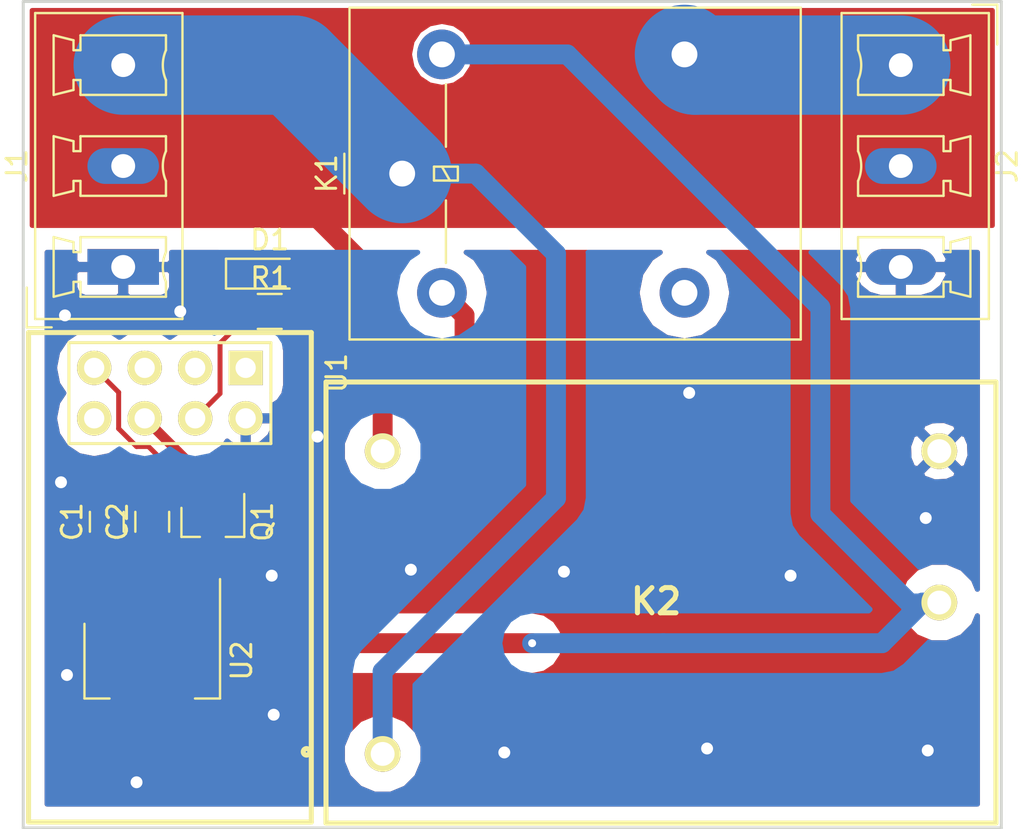
<source format=kicad_pcb>
(kicad_pcb (version 4) (host pcbnew 4.0.7)

  (general
    (links 38)
    (no_connects 1)
    (area 142.024999 50.824999 191.375001 92.575001)
    (thickness 1.6)
    (drawings 4)
    (tracks 53)
    (zones 0)
    (modules 27)
    (nets 16)
  )

  (page A4)
  (layers
    (0 F.Cu signal)
    (31 B.Cu signal)
    (32 B.Adhes user)
    (33 F.Adhes user)
    (34 B.Paste user)
    (35 F.Paste user)
    (36 B.SilkS user)
    (37 F.SilkS user)
    (38 B.Mask user)
    (39 F.Mask user)
    (40 Dwgs.User user)
    (41 Cmts.User user)
    (42 Eco1.User user)
    (43 Eco2.User user)
    (44 Edge.Cuts user)
    (45 Margin user)
    (46 B.CrtYd user)
    (47 F.CrtYd user)
    (48 B.Fab user)
    (49 F.Fab user)
  )

  (setup
    (last_trace_width 1)
    (user_trace_width 0.25)
    (user_trace_width 0.5)
    (user_trace_width 1)
    (user_trace_width 2)
    (user_trace_width 3)
    (user_trace_width 5)
    (trace_clearance 0.2)
    (zone_clearance 0.25)
    (zone_45_only no)
    (trace_min 0.2)
    (segment_width 0.2)
    (edge_width 0.15)
    (via_size 0.6)
    (via_drill 0.4)
    (via_min_size 0.4)
    (via_min_drill 0.3)
    (uvia_size 0.3)
    (uvia_drill 0.1)
    (uvias_allowed no)
    (uvia_min_size 0.2)
    (uvia_min_drill 0.1)
    (pcb_text_width 0.3)
    (pcb_text_size 1.5 1.5)
    (mod_edge_width 0.15)
    (mod_text_size 1 1)
    (mod_text_width 0.15)
    (pad_size 1.8 3.6)
    (pad_drill 1.2)
    (pad_to_mask_clearance 0.2)
    (aux_axis_origin 0 0)
    (visible_elements 7FFFFFFF)
    (pcbplotparams
      (layerselection 0x00030_80000001)
      (usegerberextensions false)
      (excludeedgelayer true)
      (linewidth 0.100000)
      (plotframeref false)
      (viasonmask false)
      (mode 1)
      (useauxorigin false)
      (hpglpennumber 1)
      (hpglpenspeed 20)
      (hpglpendiameter 15)
      (hpglpenoverlay 2)
      (psnegative false)
      (psa4output false)
      (plotreference true)
      (plotvalue true)
      (plotinvisibletext false)
      (padsonsilk false)
      (subtractmaskfromsilk false)
      (outputformat 1)
      (mirror false)
      (drillshape 1)
      (scaleselection 1)
      (outputdirectory ""))
  )

  (net 0 "")
  (net 1 +5V)
  (net 2 GND)
  (net 3 +3V3)
  (net 4 "Net-(D1-Pad2)")
  (net 5 "Net-(K1-Pad3)")
  (net 6 "Net-(Q1-Pad2)")
  (net 7 "Net-(R1-Pad1)")
  (net 8 "Net-(U1-Pad1)")
  (net 9 "Net-(U1-Pad3)")
  (net 10 "Net-(U1-Pad5)")
  (net 11 "Net-(U1-Pad8)")
  (net 12 "Net-(J2-Pad1)")
  (net 13 "Net-(K1-Pad2)")
  (net 14 /ACN)
  (net 15 /ACL)

  (net_class Default "This is the default net class."
    (clearance 0.2)
    (trace_width 0.25)
    (via_dia 0.6)
    (via_drill 0.4)
    (uvia_dia 0.3)
    (uvia_drill 0.1)
    (add_net +3V3)
    (add_net +5V)
    (add_net /ACL)
    (add_net /ACN)
    (add_net GND)
    (add_net "Net-(D1-Pad2)")
    (add_net "Net-(J2-Pad1)")
    (add_net "Net-(K1-Pad2)")
    (add_net "Net-(K1-Pad3)")
    (add_net "Net-(Q1-Pad2)")
    (add_net "Net-(R1-Pad1)")
    (add_net "Net-(U1-Pad1)")
    (add_net "Net-(U1-Pad3)")
    (add_net "Net-(U1-Pad5)")
    (add_net "Net-(U1-Pad8)")
  )

  (module Via-.6mm (layer F.Cu) (tedit 5B5141DF) (tstamp 5B514225)
    (at 166.3 88.7)
    (fp_text reference REF** (at 0 0.5) (layer F.SilkS) hide
      (effects (font (size 0.25 0.25) (thickness 0.0625)))
    )
    (fp_text value Via-.6mm (at 0 -0.5) (layer F.Fab) hide
      (effects (font (size 0.25 0.25) (thickness 0.0625)))
    )
    (pad 1 thru_hole circle (at 0 0) (size 1 1) (drill 0.6) (layers *.Cu *.Mask)
      (net 2 GND) (zone_connect 2))
  )

  (module Via-.6mm (layer F.Cu) (tedit 5B5141DF) (tstamp 5B514221)
    (at 154.6 79.8)
    (fp_text reference REF** (at 0 0.5) (layer F.SilkS) hide
      (effects (font (size 0.25 0.25) (thickness 0.0625)))
    )
    (fp_text value Via-.6mm (at 0 -0.5) (layer F.Fab) hide
      (effects (font (size 0.25 0.25) (thickness 0.0625)))
    )
    (pad 1 thru_hole circle (at 0 0) (size 1 1) (drill 0.6) (layers *.Cu *.Mask)
      (net 2 GND) (zone_connect 2))
  )

  (module Via-.6mm (layer F.Cu) (tedit 5B5141DF) (tstamp 5B51421D)
    (at 150 66.5)
    (fp_text reference REF** (at 0 0.5) (layer F.SilkS) hide
      (effects (font (size 0.25 0.25) (thickness 0.0625)))
    )
    (fp_text value Via-.6mm (at 0 -0.5) (layer F.Fab) hide
      (effects (font (size 0.25 0.25) (thickness 0.0625)))
    )
    (pad 1 thru_hole circle (at 0 0) (size 1 1) (drill 0.6) (layers *.Cu *.Mask)
      (net 2 GND) (zone_connect 2))
  )

  (module Via-.6mm (layer F.Cu) (tedit 5B5141DF) (tstamp 5B514219)
    (at 144.3 84.8)
    (fp_text reference REF** (at 0 0.5) (layer F.SilkS) hide
      (effects (font (size 0.25 0.25) (thickness 0.0625)))
    )
    (fp_text value Via-.6mm (at 0 -0.5) (layer F.Fab) hide
      (effects (font (size 0.25 0.25) (thickness 0.0625)))
    )
    (pad 1 thru_hole circle (at 0 0) (size 1 1) (drill 0.6) (layers *.Cu *.Mask)
      (net 2 GND) (zone_connect 2))
  )

  (module Via-.6mm (layer F.Cu) (tedit 5B5141DF) (tstamp 5B514215)
    (at 175.6 70.6)
    (fp_text reference REF** (at 0 0.5) (layer F.SilkS) hide
      (effects (font (size 0.25 0.25) (thickness 0.0625)))
    )
    (fp_text value Via-.6mm (at 0 -0.5) (layer F.Fab) hide
      (effects (font (size 0.25 0.25) (thickness 0.0625)))
    )
    (pad 1 thru_hole circle (at 0 0) (size 1 1) (drill 0.6) (layers *.Cu *.Mask)
      (net 2 GND) (zone_connect 2))
  )

  (module Via-.6mm (layer F.Cu) (tedit 5B5141DF) (tstamp 5B514211)
    (at 176.5 88.5)
    (fp_text reference REF** (at 0 0.5) (layer F.SilkS) hide
      (effects (font (size 0.25 0.25) (thickness 0.0625)))
    )
    (fp_text value Via-.6mm (at 0 -0.5) (layer F.Fab) hide
      (effects (font (size 0.25 0.25) (thickness 0.0625)))
    )
    (pad 1 thru_hole circle (at 0 0) (size 1 1) (drill 0.6) (layers *.Cu *.Mask)
      (net 2 GND) (zone_connect 2))
  )

  (module Via-.6mm (layer F.Cu) (tedit 5B5141DF) (tstamp 5B51420D)
    (at 180.7 79.8)
    (fp_text reference REF** (at 0 0.5) (layer F.SilkS) hide
      (effects (font (size 0.25 0.25) (thickness 0.0625)))
    )
    (fp_text value Via-.6mm (at 0 -0.5) (layer F.Fab) hide
      (effects (font (size 0.25 0.25) (thickness 0.0625)))
    )
    (pad 1 thru_hole circle (at 0 0) (size 1 1) (drill 0.6) (layers *.Cu *.Mask)
      (net 2 GND) (zone_connect 2))
  )

  (module Via-.6mm (layer F.Cu) (tedit 5B5141DF) (tstamp 5B514209)
    (at 187.6 88.6)
    (fp_text reference REF** (at 0 0.5) (layer F.SilkS) hide
      (effects (font (size 0.25 0.25) (thickness 0.0625)))
    )
    (fp_text value Via-.6mm (at 0 -0.5) (layer F.Fab) hide
      (effects (font (size 0.25 0.25) (thickness 0.0625)))
    )
    (pad 1 thru_hole circle (at 0 0) (size 1 1) (drill 0.6) (layers *.Cu *.Mask)
      (net 2 GND) (zone_connect 2))
  )

  (module Via-.6mm (layer F.Cu) (tedit 5B5141DF) (tstamp 5B514205)
    (at 144.2 66.7)
    (fp_text reference REF** (at 0 0.5) (layer F.SilkS) hide
      (effects (font (size 0.25 0.25) (thickness 0.0625)))
    )
    (fp_text value Via-.6mm (at 0 -0.5) (layer F.Fab) hide
      (effects (font (size 0.25 0.25) (thickness 0.0625)))
    )
    (pad 1 thru_hole circle (at 0 0) (size 1 1) (drill 0.6) (layers *.Cu *.Mask)
      (net 2 GND) (zone_connect 2))
  )

  (module Via-.6mm (layer F.Cu) (tedit 5B5141DF) (tstamp 5B514201)
    (at 161.6 79.5)
    (fp_text reference REF** (at 0 0.5) (layer F.SilkS) hide
      (effects (font (size 0.25 0.25) (thickness 0.0625)))
    )
    (fp_text value Via-.6mm (at 0 -0.5) (layer F.Fab) hide
      (effects (font (size 0.25 0.25) (thickness 0.0625)))
    )
    (pad 1 thru_hole circle (at 0 0) (size 1 1) (drill 0.6) (layers *.Cu *.Mask)
      (net 2 GND) (zone_connect 2))
  )

  (module Via-.6mm (layer F.Cu) (tedit 5B5141DF) (tstamp 5B5141FD)
    (at 156.9 72.8)
    (fp_text reference REF** (at 0 0.5) (layer F.SilkS) hide
      (effects (font (size 0.25 0.25) (thickness 0.0625)))
    )
    (fp_text value Via-.6mm (at 0 -0.5) (layer F.Fab) hide
      (effects (font (size 0.25 0.25) (thickness 0.0625)))
    )
    (pad 1 thru_hole circle (at 0 0) (size 1 1) (drill 0.6) (layers *.Cu *.Mask)
      (net 2 GND) (zone_connect 2))
  )

  (module Via-.6mm (layer F.Cu) (tedit 5B5141DF) (tstamp 5B5141F9)
    (at 169.3 79.6)
    (fp_text reference REF** (at 0 0.5) (layer F.SilkS) hide
      (effects (font (size 0.25 0.25) (thickness 0.0625)))
    )
    (fp_text value Via-.6mm (at 0 -0.5) (layer F.Fab) hide
      (effects (font (size 0.25 0.25) (thickness 0.0625)))
    )
    (pad 1 thru_hole circle (at 0 0) (size 1 1) (drill 0.6) (layers *.Cu *.Mask)
      (net 2 GND) (zone_connect 2))
  )

  (module Via-.6mm (layer F.Cu) (tedit 5B5141DF) (tstamp 5B5141F5)
    (at 144 75.1)
    (fp_text reference REF** (at 0 0.5) (layer F.SilkS) hide
      (effects (font (size 0.25 0.25) (thickness 0.0625)))
    )
    (fp_text value Via-.6mm (at 0 -0.5) (layer F.Fab) hide
      (effects (font (size 0.25 0.25) (thickness 0.0625)))
    )
    (pad 1 thru_hole circle (at 0 0) (size 1 1) (drill 0.6) (layers *.Cu *.Mask)
      (net 2 GND) (zone_connect 2))
  )

  (module Via-.6mm (layer F.Cu) (tedit 5B5141DF) (tstamp 5B5141F1)
    (at 187.5 76.9)
    (fp_text reference REF** (at 0 0.5) (layer F.SilkS) hide
      (effects (font (size 0.25 0.25) (thickness 0.0625)))
    )
    (fp_text value Via-.6mm (at 0 -0.5) (layer F.Fab) hide
      (effects (font (size 0.25 0.25) (thickness 0.0625)))
    )
    (pad 1 thru_hole circle (at 0 0) (size 1 1) (drill 0.6) (layers *.Cu *.Mask)
      (net 2 GND) (zone_connect 2))
  )

  (module Via-.6mm (layer F.Cu) (tedit 5B5141DF) (tstamp 5B5141EC)
    (at 147.8 90.2)
    (fp_text reference REF** (at 0 0.5) (layer F.SilkS) hide
      (effects (font (size 0.25 0.25) (thickness 0.0625)))
    )
    (fp_text value Via-.6mm (at 0 -0.5) (layer F.Fab) hide
      (effects (font (size 0.25 0.25) (thickness 0.0625)))
    )
    (pad 1 thru_hole circle (at 0 0) (size 1 1) (drill 0.6) (layers *.Cu *.Mask)
      (net 2 GND) (zone_connect 2))
  )

  (module Via-.6mm (layer F.Cu) (tedit 5B5141DF) (tstamp 5B5141BA)
    (at 154.7 86.8)
    (fp_text reference REF** (at 0 0.5) (layer F.SilkS) hide
      (effects (font (size 0.25 0.25) (thickness 0.0625)))
    )
    (fp_text value Via-.6mm (at 0 -0.5) (layer F.Fab) hide
      (effects (font (size 0.25 0.25) (thickness 0.0625)))
    )
    (pad 1 thru_hole circle (at 0 0) (size 1 1) (drill 0.6) (layers *.Cu *.Mask)
      (net 2 GND) (zone_connect 2))
  )

  (module ESP8266:ESP-01 (layer F.Cu) (tedit 577EF889) (tstamp 5B511951)
    (at 153.289 69.342 270)
    (descr "Module, ESP-8266, ESP-01, 8 pin")
    (tags "Module ESP-8266 ESP8266")
    (path /5B52DDC0)
    (fp_text reference U1 (at 0.254 -4.572 270) (layer F.SilkS)
      (effects (font (size 1 1) (thickness 0.15)))
    )
    (fp_text value ESP-01v090 (at 12.192 3.556 270) (layer F.Fab)
      (effects (font (size 1 1) (thickness 0.15)))
    )
    (fp_line (start -1.778 -3.302) (end 22.86 -3.302) (layer F.SilkS) (width 0.254))
    (fp_line (start 22.86 -3.302) (end 22.86 10.922) (layer F.SilkS) (width 0.254))
    (fp_line (start 22.86 10.922) (end -1.778 10.922) (layer F.SilkS) (width 0.254))
    (fp_line (start -1.778 10.922) (end -1.778 -3.302) (layer F.SilkS) (width 0.254))
    (fp_line (start -1.778 -3.302) (end 22.86 -3.302) (layer F.Fab) (width 0.05))
    (fp_line (start 22.86 -3.302) (end 22.86 10.922) (layer F.Fab) (width 0.05))
    (fp_line (start 22.86 10.922) (end -1.778 10.922) (layer F.Fab) (width 0.05))
    (fp_line (start -1.778 10.922) (end -1.778 -3.302) (layer F.Fab) (width 0.05))
    (fp_line (start 1.27 -1.27) (end -1.27 -1.27) (layer F.SilkS) (width 0.1524))
    (fp_line (start -1.27 -1.27) (end -1.27 1.27) (layer F.SilkS) (width 0.1524))
    (fp_line (start -1.75 -1.75) (end -1.75 9.4) (layer F.CrtYd) (width 0.05))
    (fp_line (start 4.3 -1.75) (end 4.3 9.4) (layer F.CrtYd) (width 0.05))
    (fp_line (start -1.75 -1.75) (end 4.3 -1.75) (layer F.CrtYd) (width 0.05))
    (fp_line (start -1.75 9.4) (end 4.3 9.4) (layer F.CrtYd) (width 0.05))
    (fp_line (start -1.27 1.27) (end -1.27 8.89) (layer F.SilkS) (width 0.1524))
    (fp_line (start -1.27 8.89) (end 3.81 8.89) (layer F.SilkS) (width 0.1524))
    (fp_line (start 3.81 8.89) (end 3.81 -1.27) (layer F.SilkS) (width 0.1524))
    (fp_line (start 3.81 -1.27) (end 1.27 -1.27) (layer F.SilkS) (width 0.1524))
    (pad 1 thru_hole rect (at 0 0 270) (size 1.7272 1.7272) (drill 1.016) (layers *.Cu *.Mask F.SilkS)
      (net 8 "Net-(U1-Pad1)"))
    (pad 2 thru_hole oval (at 2.54 0 270) (size 1.7272 1.7272) (drill 1.016) (layers *.Cu *.Mask F.SilkS)
      (net 2 GND))
    (pad 3 thru_hole oval (at 0 2.54 270) (size 1.7272 1.7272) (drill 1.016) (layers *.Cu *.Mask F.SilkS)
      (net 9 "Net-(U1-Pad3)"))
    (pad 4 thru_hole oval (at 2.54 2.54 270) (size 1.7272 1.7272) (drill 1.016) (layers *.Cu *.Mask F.SilkS)
      (net 7 "Net-(R1-Pad1)"))
    (pad 5 thru_hole oval (at 0 5.08 270) (size 1.7272 1.7272) (drill 1.016) (layers *.Cu *.Mask F.SilkS)
      (net 10 "Net-(U1-Pad5)"))
    (pad 6 thru_hole oval (at 2.54 5.08 270) (size 1.7272 1.7272) (drill 1.016) (layers *.Cu *.Mask F.SilkS)
      (net 6 "Net-(Q1-Pad2)"))
    (pad 7 thru_hole oval (at 0 7.62 270) (size 1.7272 1.7272) (drill 1.016) (layers *.Cu *.Mask F.SilkS)
      (net 3 +3V3))
    (pad 8 thru_hole oval (at 2.54 7.62 270) (size 1.7272 1.7272) (drill 1.016) (layers *.Cu *.Mask F.SilkS)
      (net 11 "Net-(U1-Pad8)"))
  )

  (module RAC01-05SGB:RAC01_GB (layer F.Cu) (tedit 5B51054A) (tstamp 5B511A2C)
    (at 174.1805 81.153)
    (descr RAC01_GB)
    (tags "Relay or Contactor")
    (path /5B52DF06)
    (fp_text reference K2 (at -0.245 -0.05767) (layer F.SilkS)
      (effects (font (size 1.27 1.27) (thickness 0.254)))
    )
    (fp_text value RAC01-05SGB (at -0.245 -0.05767) (layer F.SilkS) hide
      (effects (font (size 1.27 1.27) (thickness 0.254)))
    )
    (fp_line (start -16.85 -11.1) (end 16.85 -11.1) (layer Dwgs.User) (width 0.254))
    (fp_line (start 16.85 -11.1) (end 16.85 11.1) (layer Dwgs.User) (width 0.254))
    (fp_line (start 16.85 11.1) (end -16.85 11.1) (layer Dwgs.User) (width 0.254))
    (fp_line (start -16.85 11.1) (end -16.85 -11.1) (layer Dwgs.User) (width 0.254))
    (fp_line (start -16.85 11.1) (end -16.85 -11.1) (layer F.SilkS) (width 0.254))
    (fp_line (start -16.85 -11.1) (end 16.85 -11.1) (layer F.SilkS) (width 0.254))
    (fp_line (start 16.85 -11.1) (end 16.85 11.1) (layer F.SilkS) (width 0.254))
    (fp_line (start 16.85 11.1) (end -16.85 11.1) (layer F.SilkS) (width 0.254))
    (fp_circle (center -17.829335 7.51533) (end -17.99367 7.51533) (layer F.SilkS) (width 0.254))
    (pad 1 thru_hole circle (at -14 7.62 90) (size 1.8 1.8) (drill 1.2) (layers *.Cu *.Mask F.SilkS)
      (net 15 /ACL))
    (pad 2 thru_hole circle (at -14 -7.62 90) (size 1.8 1.8) (drill 1.2) (layers *.Cu *.Mask F.SilkS)
      (net 14 /ACN))
    (pad 3 thru_hole circle (at 14 -7.62 90) (size 1.8 1.8) (drill 1.2) (layers *.Cu *.Mask F.SilkS)
      (net 2 GND))
    (pad 4 thru_hole circle (at 14 0 90) (size 1.8 1.8) (drill 1.2) (layers *.Cu *.Mask F.SilkS)
      (net 1 +5V))
  )

  (module Capacitors_SMD:C_0805_HandSoldering (layer F.Cu) (tedit 58AA84A8) (tstamp 5B511915)
    (at 146.304 77.089 90)
    (descr "Capacitor SMD 0805, hand soldering")
    (tags "capacitor 0805")
    (path /5B52EE18)
    (attr smd)
    (fp_text reference C1 (at 0 -1.75 90) (layer F.SilkS)
      (effects (font (size 1 1) (thickness 0.15)))
    )
    (fp_text value 1uF (at 0 1.75 90) (layer F.Fab)
      (effects (font (size 1 1) (thickness 0.15)))
    )
    (fp_text user %R (at 0 -1.75 90) (layer F.Fab)
      (effects (font (size 1 1) (thickness 0.15)))
    )
    (fp_line (start -1 0.62) (end -1 -0.62) (layer F.Fab) (width 0.1))
    (fp_line (start 1 0.62) (end -1 0.62) (layer F.Fab) (width 0.1))
    (fp_line (start 1 -0.62) (end 1 0.62) (layer F.Fab) (width 0.1))
    (fp_line (start -1 -0.62) (end 1 -0.62) (layer F.Fab) (width 0.1))
    (fp_line (start 0.5 -0.85) (end -0.5 -0.85) (layer F.SilkS) (width 0.12))
    (fp_line (start -0.5 0.85) (end 0.5 0.85) (layer F.SilkS) (width 0.12))
    (fp_line (start -2.25 -0.88) (end 2.25 -0.88) (layer F.CrtYd) (width 0.05))
    (fp_line (start -2.25 -0.88) (end -2.25 0.87) (layer F.CrtYd) (width 0.05))
    (fp_line (start 2.25 0.87) (end 2.25 -0.88) (layer F.CrtYd) (width 0.05))
    (fp_line (start 2.25 0.87) (end -2.25 0.87) (layer F.CrtYd) (width 0.05))
    (pad 1 smd rect (at -1.25 0 90) (size 1.5 1.25) (layers F.Cu F.Paste F.Mask)
      (net 1 +5V))
    (pad 2 smd rect (at 1.25 0 90) (size 1.5 1.25) (layers F.Cu F.Paste F.Mask)
      (net 2 GND))
    (model Capacitors_SMD.3dshapes/C_0805.wrl
      (at (xyz 0 0 0))
      (scale (xyz 1 1 1))
      (rotate (xyz 0 0 0))
    )
  )

  (module Capacitors_SMD:C_0805_HandSoldering (layer F.Cu) (tedit 58AA84A8) (tstamp 5B51191B)
    (at 148.59 77.089 90)
    (descr "Capacitor SMD 0805, hand soldering")
    (tags "capacitor 0805")
    (path /5B52EE6B)
    (attr smd)
    (fp_text reference C2 (at 0 -1.75 90) (layer F.SilkS)
      (effects (font (size 1 1) (thickness 0.15)))
    )
    (fp_text value 1uF (at 0 1.75 90) (layer F.Fab)
      (effects (font (size 1 1) (thickness 0.15)))
    )
    (fp_text user %R (at 0 -1.75 90) (layer F.Fab)
      (effects (font (size 1 1) (thickness 0.15)))
    )
    (fp_line (start -1 0.62) (end -1 -0.62) (layer F.Fab) (width 0.1))
    (fp_line (start 1 0.62) (end -1 0.62) (layer F.Fab) (width 0.1))
    (fp_line (start 1 -0.62) (end 1 0.62) (layer F.Fab) (width 0.1))
    (fp_line (start -1 -0.62) (end 1 -0.62) (layer F.Fab) (width 0.1))
    (fp_line (start 0.5 -0.85) (end -0.5 -0.85) (layer F.SilkS) (width 0.12))
    (fp_line (start -0.5 0.85) (end 0.5 0.85) (layer F.SilkS) (width 0.12))
    (fp_line (start -2.25 -0.88) (end 2.25 -0.88) (layer F.CrtYd) (width 0.05))
    (fp_line (start -2.25 -0.88) (end -2.25 0.87) (layer F.CrtYd) (width 0.05))
    (fp_line (start 2.25 0.87) (end 2.25 -0.88) (layer F.CrtYd) (width 0.05))
    (fp_line (start 2.25 0.87) (end -2.25 0.87) (layer F.CrtYd) (width 0.05))
    (pad 1 smd rect (at -1.25 0 90) (size 1.5 1.25) (layers F.Cu F.Paste F.Mask)
      (net 3 +3V3))
    (pad 2 smd rect (at 1.25 0 90) (size 1.5 1.25) (layers F.Cu F.Paste F.Mask)
      (net 2 GND))
    (model Capacitors_SMD.3dshapes/C_0805.wrl
      (at (xyz 0 0 0))
      (scale (xyz 1 1 1))
      (rotate (xyz 0 0 0))
    )
  )

  (module LEDs:LED_0805_HandSoldering (layer F.Cu) (tedit 595FCA25) (tstamp 5B511921)
    (at 154.5 64.6)
    (descr "Resistor SMD 0805, hand soldering")
    (tags "resistor 0805")
    (path /5B52FB8A)
    (attr smd)
    (fp_text reference D1 (at 0 -1.7) (layer F.SilkS)
      (effects (font (size 1 1) (thickness 0.15)))
    )
    (fp_text value LED (at 0 1.75) (layer F.Fab)
      (effects (font (size 1 1) (thickness 0.15)))
    )
    (fp_line (start -0.4 -0.4) (end -0.4 0.4) (layer F.Fab) (width 0.1))
    (fp_line (start -0.4 0) (end 0.2 -0.4) (layer F.Fab) (width 0.1))
    (fp_line (start 0.2 0.4) (end -0.4 0) (layer F.Fab) (width 0.1))
    (fp_line (start 0.2 -0.4) (end 0.2 0.4) (layer F.Fab) (width 0.1))
    (fp_line (start -1 0.62) (end -1 -0.62) (layer F.Fab) (width 0.1))
    (fp_line (start 1 0.62) (end -1 0.62) (layer F.Fab) (width 0.1))
    (fp_line (start 1 -0.62) (end 1 0.62) (layer F.Fab) (width 0.1))
    (fp_line (start -1 -0.62) (end 1 -0.62) (layer F.Fab) (width 0.1))
    (fp_line (start 1 0.75) (end -2.2 0.75) (layer F.SilkS) (width 0.12))
    (fp_line (start -2.2 -0.75) (end 1 -0.75) (layer F.SilkS) (width 0.12))
    (fp_line (start -2.35 -0.9) (end 2.35 -0.9) (layer F.CrtYd) (width 0.05))
    (fp_line (start -2.35 -0.9) (end -2.35 0.9) (layer F.CrtYd) (width 0.05))
    (fp_line (start 2.35 0.9) (end 2.35 -0.9) (layer F.CrtYd) (width 0.05))
    (fp_line (start 2.35 0.9) (end -2.35 0.9) (layer F.CrtYd) (width 0.05))
    (fp_line (start -2.2 -0.75) (end -2.2 0.75) (layer F.SilkS) (width 0.12))
    (pad 1 smd rect (at -1.35 0) (size 1.5 1.3) (layers F.Cu F.Paste F.Mask)
      (net 2 GND))
    (pad 2 smd rect (at 1.35 0) (size 1.5 1.3) (layers F.Cu F.Paste F.Mask)
      (net 4 "Net-(D1-Pad2)"))
    (model ${KISYS3DMOD}/LEDs.3dshapes/LED_0805.wrl
      (at (xyz 0 0 0))
      (scale (xyz 1 1 1))
      (rotate (xyz 0 0 0))
    )
  )

  (module TO_SOT_Packages_SMD:SOT-23 (layer F.Cu) (tedit 58CE4E7E) (tstamp 5B51193F)
    (at 151.638 77.089 270)
    (descr "SOT-23, Standard")
    (tags SOT-23)
    (path /5B52EAAC)
    (attr smd)
    (fp_text reference Q1 (at 0 -2.5 270) (layer F.SilkS)
      (effects (font (size 1 1) (thickness 0.15)))
    )
    (fp_text value Q_NMOS_DGS (at 0 2.5 270) (layer F.Fab)
      (effects (font (size 1 1) (thickness 0.15)))
    )
    (fp_text user %R (at 0 0 360) (layer F.Fab)
      (effects (font (size 0.5 0.5) (thickness 0.075)))
    )
    (fp_line (start -0.7 -0.95) (end -0.7 1.5) (layer F.Fab) (width 0.1))
    (fp_line (start -0.15 -1.52) (end 0.7 -1.52) (layer F.Fab) (width 0.1))
    (fp_line (start -0.7 -0.95) (end -0.15 -1.52) (layer F.Fab) (width 0.1))
    (fp_line (start 0.7 -1.52) (end 0.7 1.52) (layer F.Fab) (width 0.1))
    (fp_line (start -0.7 1.52) (end 0.7 1.52) (layer F.Fab) (width 0.1))
    (fp_line (start 0.76 1.58) (end 0.76 0.65) (layer F.SilkS) (width 0.12))
    (fp_line (start 0.76 -1.58) (end 0.76 -0.65) (layer F.SilkS) (width 0.12))
    (fp_line (start -1.7 -1.75) (end 1.7 -1.75) (layer F.CrtYd) (width 0.05))
    (fp_line (start 1.7 -1.75) (end 1.7 1.75) (layer F.CrtYd) (width 0.05))
    (fp_line (start 1.7 1.75) (end -1.7 1.75) (layer F.CrtYd) (width 0.05))
    (fp_line (start -1.7 1.75) (end -1.7 -1.75) (layer F.CrtYd) (width 0.05))
    (fp_line (start 0.76 -1.58) (end -1.4 -1.58) (layer F.SilkS) (width 0.12))
    (fp_line (start 0.76 1.58) (end -0.7 1.58) (layer F.SilkS) (width 0.12))
    (pad 1 smd rect (at -1 -0.95 270) (size 0.9 0.8) (layers F.Cu F.Paste F.Mask)
      (net 13 "Net-(K1-Pad2)"))
    (pad 2 smd rect (at -1 0.95 270) (size 0.9 0.8) (layers F.Cu F.Paste F.Mask)
      (net 6 "Net-(Q1-Pad2)"))
    (pad 3 smd rect (at 1 0 270) (size 0.9 0.8) (layers F.Cu F.Paste F.Mask)
      (net 2 GND))
    (model ${KISYS3DMOD}/TO_SOT_Packages_SMD.3dshapes/SOT-23.wrl
      (at (xyz 0 0 0))
      (scale (xyz 1 1 1))
      (rotate (xyz 0 0 0))
    )
  )

  (module Resistors_SMD:R_0805_HandSoldering (layer F.Cu) (tedit 58E0A804) (tstamp 5B511945)
    (at 154.5 66.5)
    (descr "Resistor SMD 0805, hand soldering")
    (tags "resistor 0805")
    (path /5B52FD62)
    (attr smd)
    (fp_text reference R1 (at 0 -1.7) (layer F.SilkS)
      (effects (font (size 1 1) (thickness 0.15)))
    )
    (fp_text value R (at 0 1.75) (layer F.Fab)
      (effects (font (size 1 1) (thickness 0.15)))
    )
    (fp_text user %R (at 0 0) (layer F.Fab)
      (effects (font (size 0.5 0.5) (thickness 0.075)))
    )
    (fp_line (start -1 0.62) (end -1 -0.62) (layer F.Fab) (width 0.1))
    (fp_line (start 1 0.62) (end -1 0.62) (layer F.Fab) (width 0.1))
    (fp_line (start 1 -0.62) (end 1 0.62) (layer F.Fab) (width 0.1))
    (fp_line (start -1 -0.62) (end 1 -0.62) (layer F.Fab) (width 0.1))
    (fp_line (start 0.6 0.88) (end -0.6 0.88) (layer F.SilkS) (width 0.12))
    (fp_line (start -0.6 -0.88) (end 0.6 -0.88) (layer F.SilkS) (width 0.12))
    (fp_line (start -2.35 -0.9) (end 2.35 -0.9) (layer F.CrtYd) (width 0.05))
    (fp_line (start -2.35 -0.9) (end -2.35 0.9) (layer F.CrtYd) (width 0.05))
    (fp_line (start 2.35 0.9) (end 2.35 -0.9) (layer F.CrtYd) (width 0.05))
    (fp_line (start 2.35 0.9) (end -2.35 0.9) (layer F.CrtYd) (width 0.05))
    (pad 1 smd rect (at -1.35 0) (size 1.5 1.3) (layers F.Cu F.Paste F.Mask)
      (net 7 "Net-(R1-Pad1)"))
    (pad 2 smd rect (at 1.35 0) (size 1.5 1.3) (layers F.Cu F.Paste F.Mask)
      (net 4 "Net-(D1-Pad2)"))
    (model ${KISYS3DMOD}/Resistors_SMD.3dshapes/R_0805.wrl
      (at (xyz 0 0 0))
      (scale (xyz 1 1 1))
      (rotate (xyz 0 0 0))
    )
  )

  (module TO_SOT_Packages_SMD:SOT-223 (layer F.Cu) (tedit 5B514049) (tstamp 5B511959)
    (at 148.59 84.074 270)
    (descr "module CMS SOT223 4 pins")
    (tags "CMS SOT")
    (path /5B52DFAF)
    (attr smd)
    (fp_text reference U2 (at 0 -4.5 270) (layer F.SilkS)
      (effects (font (size 1 1) (thickness 0.15)))
    )
    (fp_text value AZ1117-3.3 (at 0 4.5 270) (layer F.Fab)
      (effects (font (size 1 1) (thickness 0.15)))
    )
    (fp_text user %R (at 0 0 360) (layer F.Fab)
      (effects (font (size 0.8 0.8) (thickness 0.12)))
    )
    (fp_line (start -1.85 -2.3) (end -0.8 -3.35) (layer F.Fab) (width 0.1))
    (fp_line (start 1.91 3.41) (end 1.91 2.15) (layer F.SilkS) (width 0.12))
    (fp_line (start 1.91 -3.41) (end 1.91 -2.15) (layer F.SilkS) (width 0.12))
    (fp_line (start 4.4 -3.6) (end -4.4 -3.6) (layer F.CrtYd) (width 0.05))
    (fp_line (start 4.4 3.6) (end 4.4 -3.6) (layer F.CrtYd) (width 0.05))
    (fp_line (start -4.4 3.6) (end 4.4 3.6) (layer F.CrtYd) (width 0.05))
    (fp_line (start -4.4 -3.6) (end -4.4 3.6) (layer F.CrtYd) (width 0.05))
    (fp_line (start -1.85 -2.3) (end -1.85 3.35) (layer F.Fab) (width 0.1))
    (fp_line (start -1.85 3.41) (end 1.91 3.41) (layer F.SilkS) (width 0.12))
    (fp_line (start -0.8 -3.35) (end 1.85 -3.35) (layer F.Fab) (width 0.1))
    (fp_line (start -4.1 -3.41) (end 1.91 -3.41) (layer F.SilkS) (width 0.12))
    (fp_line (start -1.85 3.35) (end 1.85 3.35) (layer F.Fab) (width 0.1))
    (fp_line (start 1.85 -3.35) (end 1.85 3.35) (layer F.Fab) (width 0.1))
    (pad 4 smd rect (at 3.15 0 270) (size 2 3.8) (layers F.Cu F.Paste F.Mask))
    (pad 2 smd rect (at -3.15 0 270) (size 2 1.5) (layers F.Cu F.Paste F.Mask)
      (net 3 +3V3))
    (pad 3 smd rect (at -3.15 2.3 270) (size 2 1.5) (layers F.Cu F.Paste F.Mask)
      (net 1 +5V))
    (pad 1 smd rect (at -3.15 -2.3 270) (size 2 1.5) (layers F.Cu F.Paste F.Mask)
      (net 2 GND))
    (model ${KISYS3DMOD}/TO_SOT_Packages_SMD.3dshapes/SOT-223.wrl
      (at (xyz 0 0 0))
      (scale (xyz 1 1 1))
      (rotate (xyz 0 0 0))
    )
  )

  (module Relays_THT:Relay_SPDT_OMRON-G5LE-1 (layer F.Cu) (tedit 59A98DAB) (tstamp 5B511A24)
    (at 161.163 59.563 90)
    (descr "Omron Relay SPDT, http://www.omron.com/ecb/products/pdf/en-g5le.pdf")
    (tags "Omron Relay SPDT")
    (path /5B52DECF)
    (fp_text reference K1 (at 0 -3.8 90) (layer F.SilkS)
      (effects (font (size 1 1) (thickness 0.15)))
    )
    (fp_text value G5Q-1 (at 0 20.95 90) (layer F.Fab)
      (effects (font (size 1 1) (thickness 0.15)))
    )
    (fp_line (start 0 -1.55) (end 1 -2.55) (layer F.Fab) (width 0.1))
    (fp_line (start 1 -2.55) (end 8.25 -2.55) (layer F.Fab) (width 0.1))
    (fp_line (start 8.25 -2.55) (end 8.25 19.95) (layer F.Fab) (width 0.1))
    (fp_line (start 8.25 19.95) (end -8.25 19.95) (layer F.Fab) (width 0.1))
    (fp_line (start -8.25 19.95) (end -8.25 -2.55) (layer F.Fab) (width 0.1))
    (fp_line (start -8.25 -2.55) (end -1 -2.55) (layer F.Fab) (width 0.1))
    (fp_line (start -1 -2.55) (end 0 -1.55) (layer F.Fab) (width 0.1))
    (fp_line (start -4.5 2) (end 4.5 2) (layer F.Fab) (width 0.1))
    (fp_line (start 8.35 20.05) (end 8.35 -2.65) (layer F.SilkS) (width 0.12))
    (fp_line (start 8.35 -2.65) (end -8.35 -2.65) (layer F.SilkS) (width 0.12))
    (fp_line (start -8.35 -2.65) (end -8.35 20.05) (layer F.SilkS) (width 0.12))
    (fp_line (start -8.35 20.05) (end 8.35 20.05) (layer F.SilkS) (width 0.12))
    (fp_line (start -0.35 2.4) (end 0.35 2) (layer F.SilkS) (width 0.12))
    (fp_line (start 0.35 2.8) (end 0.35 1.6) (layer F.SilkS) (width 0.12))
    (fp_line (start 0.35 1.6) (end -0.35 1.6) (layer F.SilkS) (width 0.12))
    (fp_line (start -0.35 1.6) (end -0.35 2.8) (layer F.SilkS) (width 0.12))
    (fp_line (start -0.35 2.8) (end 0.35 2.8) (layer F.SilkS) (width 0.12))
    (fp_line (start -1 -2.91) (end 1 -2.91) (layer F.SilkS) (width 0.12))
    (fp_line (start -4.5 2.2) (end -1.35 2.2) (layer F.SilkS) (width 0.12))
    (fp_line (start 1.35 2.2) (end 4.5 2.2) (layer F.SilkS) (width 0.12))
    (fp_line (start 8.5 20.2) (end 8.5 -2.8) (layer F.CrtYd) (width 0.05))
    (fp_line (start 8.5 -2.8) (end -8.5 -2.8) (layer F.CrtYd) (width 0.05))
    (fp_line (start -8.5 -2.8) (end -8.5 20.2) (layer F.CrtYd) (width 0.05))
    (fp_line (start -8.5 20.2) (end 8.5 20.2) (layer F.CrtYd) (width 0.05))
    (fp_text user %R (at 0 8.7 90) (layer F.Fab)
      (effects (font (size 1 1) (thickness 0.15)))
    )
    (pad 1 thru_hole rect (at 0 0 90) (size 2.5 2.5) (drill 1.3) (layers *.Cu *.Mask)
      (net 15 /ACL))
    (pad 2 thru_hole oval (at -6 2 90) (size 2.5 2.5) (drill 1.3) (layers *.Cu *.Mask)
      (net 13 "Net-(K1-Pad2)"))
    (pad 3 thru_hole oval (at -6 14.2 90) (size 2.5 2.5) (drill 1.3) (layers *.Cu *.Mask)
      (net 5 "Net-(K1-Pad3)"))
    (pad 4 thru_hole oval (at 6 14.2 90) (size 2.5 2.5) (drill 1.3) (layers *.Cu *.Mask)
      (net 12 "Net-(J2-Pad1)"))
    (pad 5 thru_hole oval (at 6 2 90) (size 2.5 2.5) (drill 1.3) (layers *.Cu *.Mask)
      (net 1 +5V))
    (model ${KISYS3DMOD}/Relays_THT.3dshapes/Relay_SPDT_OMRON-G5LE-1.wrl
      (at (xyz 0 0 0))
      (scale (xyz 1 1 1))
      (rotate (xyz 0 0 0))
    )
  )

  (module Connectors_Phoenix:PhoenixContact_MCV-G_03x5.08mm_Vertical (layer F.Cu) (tedit 5B526F06) (tstamp 5B511A7A)
    (at 147.1295 64.262 90)
    (descr "Generic Phoenix Contact connector footprint for series: MCV-G; number of pins: 03; pin pitch: 5.08mm; Vertical || order number: 1836309 8A 320V")
    (tags "phoenix_contact connector MCV_01x03_G_5.08mm")
    (path /5B52E096)
    (fp_text reference J1 (at 5.08 -5.35 90) (layer F.SilkS)
      (effects (font (size 1 1) (thickness 0.15)))
    )
    (fp_text value Conn_01x03_Female (at 5.08 3.9 90) (layer F.Fab)
      (effects (font (size 1 1) (thickness 0.15)))
    )
    (fp_arc (start 0 3.85) (end -0.75 2.15) (angle 47.6) (layer F.SilkS) (width 0.12))
    (fp_arc (start 5.08 3.85) (end 4.33 2.15) (angle 47.6) (layer F.SilkS) (width 0.12))
    (fp_arc (start 10.16 3.85) (end 9.41 2.15) (angle 47.6) (layer F.SilkS) (width 0.12))
    (fp_line (start -2.62 -4.43) (end -2.62 2.98) (layer F.SilkS) (width 0.12))
    (fp_line (start -2.62 2.98) (end 12.78 2.98) (layer F.SilkS) (width 0.12))
    (fp_line (start 12.78 2.98) (end 12.78 -4.43) (layer F.SilkS) (width 0.12))
    (fp_line (start 12.78 -4.43) (end -2.62 -4.43) (layer F.SilkS) (width 0.12))
    (fp_line (start -2.54 -4.35) (end -2.54 2.9) (layer F.Fab) (width 0.1))
    (fp_line (start -2.54 2.9) (end 12.7 2.9) (layer F.Fab) (width 0.1))
    (fp_line (start 12.7 2.9) (end 12.7 -4.35) (layer F.Fab) (width 0.1))
    (fp_line (start 12.7 -4.35) (end -2.54 -4.35) (layer F.Fab) (width 0.1))
    (fp_line (start -0.75 2.15) (end -1.5 2.15) (layer F.SilkS) (width 0.12))
    (fp_line (start -1.5 2.15) (end -1.5 -2.15) (layer F.SilkS) (width 0.12))
    (fp_line (start -1.5 -2.15) (end -0.75 -2.15) (layer F.SilkS) (width 0.12))
    (fp_line (start -0.75 -2.15) (end -0.75 -2.5) (layer F.SilkS) (width 0.12))
    (fp_line (start -0.75 -2.5) (end -1.25 -2.5) (layer F.SilkS) (width 0.12))
    (fp_line (start -1.25 -2.5) (end -1.5 -3.5) (layer F.SilkS) (width 0.12))
    (fp_line (start -1.5 -3.5) (end 1.5 -3.5) (layer F.SilkS) (width 0.12))
    (fp_line (start 1.5 -3.5) (end 1.25 -2.5) (layer F.SilkS) (width 0.12))
    (fp_line (start 1.25 -2.5) (end 0.75 -2.5) (layer F.SilkS) (width 0.12))
    (fp_line (start 0.75 -2.5) (end 0.75 -2.15) (layer F.SilkS) (width 0.12))
    (fp_line (start 0.75 -2.15) (end 1.5 -2.15) (layer F.SilkS) (width 0.12))
    (fp_line (start 1.5 -2.15) (end 1.5 2.15) (layer F.SilkS) (width 0.12))
    (fp_line (start 1.5 2.15) (end 0.75 2.15) (layer F.SilkS) (width 0.12))
    (fp_line (start 4.33 2.15) (end 3.58 2.15) (layer F.SilkS) (width 0.12))
    (fp_line (start 3.58 2.15) (end 3.58 -2.15) (layer F.SilkS) (width 0.12))
    (fp_line (start 3.58 -2.15) (end 4.33 -2.15) (layer F.SilkS) (width 0.12))
    (fp_line (start 4.33 -2.15) (end 4.33 -2.5) (layer F.SilkS) (width 0.12))
    (fp_line (start 4.33 -2.5) (end 3.83 -2.5) (layer F.SilkS) (width 0.12))
    (fp_line (start 3.83 -2.5) (end 3.58 -3.5) (layer F.SilkS) (width 0.12))
    (fp_line (start 3.58 -3.5) (end 6.58 -3.5) (layer F.SilkS) (width 0.12))
    (fp_line (start 6.58 -3.5) (end 6.33 -2.5) (layer F.SilkS) (width 0.12))
    (fp_line (start 6.33 -2.5) (end 5.83 -2.5) (layer F.SilkS) (width 0.12))
    (fp_line (start 5.83 -2.5) (end 5.83 -2.15) (layer F.SilkS) (width 0.12))
    (fp_line (start 5.83 -2.15) (end 6.58 -2.15) (layer F.SilkS) (width 0.12))
    (fp_line (start 6.58 -2.15) (end 6.58 2.15) (layer F.SilkS) (width 0.12))
    (fp_line (start 6.58 2.15) (end 5.83 2.15) (layer F.SilkS) (width 0.12))
    (fp_line (start 9.41 2.15) (end 8.66 2.15) (layer F.SilkS) (width 0.12))
    (fp_line (start 8.66 2.15) (end 8.66 -2.15) (layer F.SilkS) (width 0.12))
    (fp_line (start 8.66 -2.15) (end 9.41 -2.15) (layer F.SilkS) (width 0.12))
    (fp_line (start 9.41 -2.15) (end 9.41 -2.5) (layer F.SilkS) (width 0.12))
    (fp_line (start 9.41 -2.5) (end 8.91 -2.5) (layer F.SilkS) (width 0.12))
    (fp_line (start 8.91 -2.5) (end 8.66 -3.5) (layer F.SilkS) (width 0.12))
    (fp_line (start 8.66 -3.5) (end 11.66 -3.5) (layer F.SilkS) (width 0.12))
    (fp_line (start 11.66 -3.5) (end 11.41 -2.5) (layer F.SilkS) (width 0.12))
    (fp_line (start 11.41 -2.5) (end 10.91 -2.5) (layer F.SilkS) (width 0.12))
    (fp_line (start 10.91 -2.5) (end 10.91 -2.15) (layer F.SilkS) (width 0.12))
    (fp_line (start 10.91 -2.15) (end 11.66 -2.15) (layer F.SilkS) (width 0.12))
    (fp_line (start 11.66 -2.15) (end 11.66 2.15) (layer F.SilkS) (width 0.12))
    (fp_line (start 11.66 2.15) (end 10.91 2.15) (layer F.SilkS) (width 0.12))
    (fp_line (start -3.04 -4.85) (end -3.04 3.4) (layer F.CrtYd) (width 0.05))
    (fp_line (start -3.04 3.4) (end 13.2 3.4) (layer F.CrtYd) (width 0.05))
    (fp_line (start 13.2 3.4) (end 13.2 -4.85) (layer F.CrtYd) (width 0.05))
    (fp_line (start 13.2 -4.85) (end -3.04 -4.85) (layer F.CrtYd) (width 0.05))
    (fp_line (start -3.04 -3.6) (end -3.04 -4.85) (layer F.SilkS) (width 0.12))
    (fp_line (start -3.04 -4.85) (end -1.04 -4.85) (layer F.SilkS) (width 0.12))
    (fp_line (start -3.04 -3.6) (end -3.04 -4.85) (layer F.Fab) (width 0.1))
    (fp_line (start -3.04 -4.85) (end -1.04 -4.85) (layer F.Fab) (width 0.1))
    (fp_text user %R (at 5.08 -3 90) (layer F.Fab)
      (effects (font (size 1 1) (thickness 0.15)))
    )
    (pad 1 thru_hole rect (at 0 0 90) (size 1.8 3.6) (drill 1.2) (layers *.Cu *.Mask)
      (net 2 GND))
    (pad 2 thru_hole oval (at 5.08 0 90) (size 1.8 3.6) (drill 1.2) (layers *.Cu *.Mask)
      (net 14 /ACN) (zone_connect 2))
    (pad 3 thru_hole oval (at 10.16 0 90) (size 1.8 3.6) (drill 1.2) (layers *.Cu *.Mask)
      (net 15 /ACL))
    (model ${KISYS3DMOD}/Connectors_Phoenix.3dshapes/PhoenixContact_MCV-G_03x5.08mm_Vertical.wrl
      (at (xyz 0 0 0))
      (scale (xyz 1 1 1))
      (rotate (xyz 0 0 0))
    )
  )

  (module Connectors_Phoenix:PhoenixContact_MCV-G_03x5.08mm_Vertical (layer F.Cu) (tedit 5B526F0E) (tstamp 5B511A81)
    (at 186.2455 54.102 270)
    (descr "Generic Phoenix Contact connector footprint for series: MCV-G; number of pins: 03; pin pitch: 5.08mm; Vertical || order number: 1836309 8A 320V")
    (tags "phoenix_contact connector MCV_01x03_G_5.08mm")
    (path /5B52E2AF)
    (fp_text reference J2 (at 5.08 -5.35 270) (layer F.SilkS)
      (effects (font (size 1 1) (thickness 0.15)))
    )
    (fp_text value Conn_01x03_Female (at 5.08 3.9 270) (layer F.Fab)
      (effects (font (size 1 1) (thickness 0.15)))
    )
    (fp_arc (start 0 3.85) (end -0.75 2.15) (angle 47.6) (layer F.SilkS) (width 0.12))
    (fp_arc (start 5.08 3.85) (end 4.33 2.15) (angle 47.6) (layer F.SilkS) (width 0.12))
    (fp_arc (start 10.16 3.85) (end 9.41 2.15) (angle 47.6) (layer F.SilkS) (width 0.12))
    (fp_line (start -2.62 -4.43) (end -2.62 2.98) (layer F.SilkS) (width 0.12))
    (fp_line (start -2.62 2.98) (end 12.78 2.98) (layer F.SilkS) (width 0.12))
    (fp_line (start 12.78 2.98) (end 12.78 -4.43) (layer F.SilkS) (width 0.12))
    (fp_line (start 12.78 -4.43) (end -2.62 -4.43) (layer F.SilkS) (width 0.12))
    (fp_line (start -2.54 -4.35) (end -2.54 2.9) (layer F.Fab) (width 0.1))
    (fp_line (start -2.54 2.9) (end 12.7 2.9) (layer F.Fab) (width 0.1))
    (fp_line (start 12.7 2.9) (end 12.7 -4.35) (layer F.Fab) (width 0.1))
    (fp_line (start 12.7 -4.35) (end -2.54 -4.35) (layer F.Fab) (width 0.1))
    (fp_line (start -0.75 2.15) (end -1.5 2.15) (layer F.SilkS) (width 0.12))
    (fp_line (start -1.5 2.15) (end -1.5 -2.15) (layer F.SilkS) (width 0.12))
    (fp_line (start -1.5 -2.15) (end -0.75 -2.15) (layer F.SilkS) (width 0.12))
    (fp_line (start -0.75 -2.15) (end -0.75 -2.5) (layer F.SilkS) (width 0.12))
    (fp_line (start -0.75 -2.5) (end -1.25 -2.5) (layer F.SilkS) (width 0.12))
    (fp_line (start -1.25 -2.5) (end -1.5 -3.5) (layer F.SilkS) (width 0.12))
    (fp_line (start -1.5 -3.5) (end 1.5 -3.5) (layer F.SilkS) (width 0.12))
    (fp_line (start 1.5 -3.5) (end 1.25 -2.5) (layer F.SilkS) (width 0.12))
    (fp_line (start 1.25 -2.5) (end 0.75 -2.5) (layer F.SilkS) (width 0.12))
    (fp_line (start 0.75 -2.5) (end 0.75 -2.15) (layer F.SilkS) (width 0.12))
    (fp_line (start 0.75 -2.15) (end 1.5 -2.15) (layer F.SilkS) (width 0.12))
    (fp_line (start 1.5 -2.15) (end 1.5 2.15) (layer F.SilkS) (width 0.12))
    (fp_line (start 1.5 2.15) (end 0.75 2.15) (layer F.SilkS) (width 0.12))
    (fp_line (start 4.33 2.15) (end 3.58 2.15) (layer F.SilkS) (width 0.12))
    (fp_line (start 3.58 2.15) (end 3.58 -2.15) (layer F.SilkS) (width 0.12))
    (fp_line (start 3.58 -2.15) (end 4.33 -2.15) (layer F.SilkS) (width 0.12))
    (fp_line (start 4.33 -2.15) (end 4.33 -2.5) (layer F.SilkS) (width 0.12))
    (fp_line (start 4.33 -2.5) (end 3.83 -2.5) (layer F.SilkS) (width 0.12))
    (fp_line (start 3.83 -2.5) (end 3.58 -3.5) (layer F.SilkS) (width 0.12))
    (fp_line (start 3.58 -3.5) (end 6.58 -3.5) (layer F.SilkS) (width 0.12))
    (fp_line (start 6.58 -3.5) (end 6.33 -2.5) (layer F.SilkS) (width 0.12))
    (fp_line (start 6.33 -2.5) (end 5.83 -2.5) (layer F.SilkS) (width 0.12))
    (fp_line (start 5.83 -2.5) (end 5.83 -2.15) (layer F.SilkS) (width 0.12))
    (fp_line (start 5.83 -2.15) (end 6.58 -2.15) (layer F.SilkS) (width 0.12))
    (fp_line (start 6.58 -2.15) (end 6.58 2.15) (layer F.SilkS) (width 0.12))
    (fp_line (start 6.58 2.15) (end 5.83 2.15) (layer F.SilkS) (width 0.12))
    (fp_line (start 9.41 2.15) (end 8.66 2.15) (layer F.SilkS) (width 0.12))
    (fp_line (start 8.66 2.15) (end 8.66 -2.15) (layer F.SilkS) (width 0.12))
    (fp_line (start 8.66 -2.15) (end 9.41 -2.15) (layer F.SilkS) (width 0.12))
    (fp_line (start 9.41 -2.15) (end 9.41 -2.5) (layer F.SilkS) (width 0.12))
    (fp_line (start 9.41 -2.5) (end 8.91 -2.5) (layer F.SilkS) (width 0.12))
    (fp_line (start 8.91 -2.5) (end 8.66 -3.5) (layer F.SilkS) (width 0.12))
    (fp_line (start 8.66 -3.5) (end 11.66 -3.5) (layer F.SilkS) (width 0.12))
    (fp_line (start 11.66 -3.5) (end 11.41 -2.5) (layer F.SilkS) (width 0.12))
    (fp_line (start 11.41 -2.5) (end 10.91 -2.5) (layer F.SilkS) (width 0.12))
    (fp_line (start 10.91 -2.5) (end 10.91 -2.15) (layer F.SilkS) (width 0.12))
    (fp_line (start 10.91 -2.15) (end 11.66 -2.15) (layer F.SilkS) (width 0.12))
    (fp_line (start 11.66 -2.15) (end 11.66 2.15) (layer F.SilkS) (width 0.12))
    (fp_line (start 11.66 2.15) (end 10.91 2.15) (layer F.SilkS) (width 0.12))
    (fp_line (start -3.04 -4.85) (end -3.04 3.4) (layer F.CrtYd) (width 0.05))
    (fp_line (start -3.04 3.4) (end 13.2 3.4) (layer F.CrtYd) (width 0.05))
    (fp_line (start 13.2 3.4) (end 13.2 -4.85) (layer F.CrtYd) (width 0.05))
    (fp_line (start 13.2 -4.85) (end -3.04 -4.85) (layer F.CrtYd) (width 0.05))
    (fp_line (start -3.04 -3.6) (end -3.04 -4.85) (layer F.SilkS) (width 0.12))
    (fp_line (start -3.04 -4.85) (end -1.04 -4.85) (layer F.SilkS) (width 0.12))
    (fp_line (start -3.04 -3.6) (end -3.04 -4.85) (layer F.Fab) (width 0.1))
    (fp_line (start -3.04 -4.85) (end -1.04 -4.85) (layer F.Fab) (width 0.1))
    (fp_text user %R (at 5.08 -3 270) (layer F.Fab)
      (effects (font (size 1 1) (thickness 0.15)))
    )
    (pad 1 thru_hole rect (at 0 0 270) (size 1.8 3.6) (drill 1.2) (layers *.Cu *.Mask)
      (net 12 "Net-(J2-Pad1)"))
    (pad 2 thru_hole oval (at 5.08 0 270) (size 1.8 3.6) (drill 1.2) (layers *.Cu *.Mask)
      (net 14 /ACN) (zone_connect 2))
    (pad 3 thru_hole oval (at 10.16 0 270) (size 1.8 3.6) (drill 1.2) (layers *.Cu *.Mask)
      (net 2 GND))
    (model ${KISYS3DMOD}/Connectors_Phoenix.3dshapes/PhoenixContact_MCV-G_03x5.08mm_Vertical.wrl
      (at (xyz 0 0 0))
      (scale (xyz 1 1 1))
      (rotate (xyz 0 0 0))
    )
  )

  (gr_line (start 142.1 92.5) (end 142.1 50.9) (angle 90) (layer Edge.Cuts) (width 0.15))
  (gr_line (start 191.3 92.5) (end 142.1 92.5) (angle 90) (layer Edge.Cuts) (width 0.15))
  (gr_line (start 191.3 50.9) (end 191.3 92.5) (angle 90) (layer Edge.Cuts) (width 0.15))
  (gr_line (start 142.1 50.9) (end 191.3 50.9) (angle 90) (layer Edge.Cuts) (width 0.15))

  (segment (start 165.663 53.563) (end 169.463 53.563) (width 1) (layer B.Cu) (net 1))
  (segment (start 163.163 53.563) (end 165.663 53.563) (width 1) (layer B.Cu) (net 1))
  (segment (start 186.7 81.2) (end 187.3 81.2) (width 1) (layer B.Cu) (net 1) (tstamp 5B526E7F))
  (segment (start 182.2 76.7) (end 186.7 81.2) (width 1) (layer B.Cu) (net 1) (tstamp 5B526E7D))
  (segment (start 182.2 66.3) (end 182.2 76.7) (width 1) (layer B.Cu) (net 1) (tstamp 5B526E7A))
  (segment (start 169.463 53.563) (end 182.2 66.3) (width 1) (layer B.Cu) (net 1) (tstamp 5B526E74))
  (segment (start 187.3 81.2) (end 188.1805 81.153) (width 1) (layer B.Cu) (net 1) (tstamp 5B526E81))
  (segment (start 146.29 80.924) (end 146.29 82.49) (width 1) (layer F.Cu) (net 1))
  (segment (start 185.3 83.2) (end 187.347 81.153) (width 1) (layer B.Cu) (net 1) (tstamp 5B512719))
  (segment (start 169.1 83.2) (end 174.3 83.2) (width 1) (layer B.Cu) (net 1) (tstamp 5B512715))
  (segment (start 174.3 83.2) (end 185.3 83.2) (width 1) (layer B.Cu) (net 1) (tstamp 5B526C6C))
  (segment (start 167.7 83.2) (end 169.1 83.2) (width 1) (layer B.Cu) (net 1) (tstamp 5B512714))
  (via (at 167.7 83.2) (size 0.6) (drill 0.4) (layers F.Cu B.Cu) (net 1))
  (segment (start 147 83.2) (end 167.7 83.2) (width 1) (layer F.Cu) (net 1) (tstamp 5B512702))
  (segment (start 146.29 82.49) (end 147 83.2) (width 1) (layer F.Cu) (net 1) (tstamp 5B5126FF))
  (segment (start 187.347 81.153) (end 188.1805 81.153) (width 1) (layer B.Cu) (net 1) (tstamp 5B512722))
  (segment (start 146.304 78.339) (end 146.304 80.91) (width 1) (layer F.Cu) (net 1))
  (segment (start 146.304 80.91) (end 146.29 80.924) (width 1) (layer F.Cu) (net 1) (tstamp 5B5126B2))
  (segment (start 148.59 78.339) (end 148.59 78.01) (width 0.25) (layer F.Cu) (net 3))
  (segment (start 148.59 78.01) (end 149.8 76.8) (width 0.25) (layer F.Cu) (net 3) (tstamp 5B512A7E))
  (segment (start 146.9 70.573) (end 145.669 69.342) (width 0.25) (layer F.Cu) (net 3) (tstamp 5B512A9C))
  (segment (start 146.9 72.4) (end 146.9 70.573) (width 0.25) (layer F.Cu) (net 3) (tstamp 5B512A95))
  (segment (start 147.8 73.3) (end 146.9 72.4) (width 0.25) (layer F.Cu) (net 3) (tstamp 5B512A92))
  (segment (start 148.4 73.3) (end 147.8 73.3) (width 0.25) (layer F.Cu) (net 3) (tstamp 5B512A8F))
  (segment (start 149.8 74.7) (end 148.4 73.3) (width 0.25) (layer F.Cu) (net 3) (tstamp 5B512A89))
  (segment (start 149.8 76.8) (end 149.8 74.7) (width 0.25) (layer F.Cu) (net 3) (tstamp 5B512A84))
  (segment (start 148.59 78.339) (end 148.59 80.924) (width 1) (layer F.Cu) (net 3))
  (segment (start 155.85 64.6) (end 155.85 66.5) (width 0.25) (layer F.Cu) (net 4))
  (segment (start 150.688 76.089) (end 150.688 74.361) (width 0.5) (layer F.Cu) (net 6))
  (segment (start 150.688 74.361) (end 148.209 71.882) (width 0.5) (layer F.Cu) (net 6) (tstamp 5B51264E))
  (segment (start 152.9 66.25) (end 152.9 67.2) (width 0.25) (layer F.Cu) (net 7))
  (segment (start 152 70.631) (end 150.749 71.882) (width 0.25) (layer F.Cu) (net 7) (tstamp 5B51269E))
  (segment (start 152 68.1) (end 152 70.631) (width 0.25) (layer F.Cu) (net 7) (tstamp 5B512699))
  (segment (start 152.9 67.2) (end 152 68.1) (width 0.25) (layer F.Cu) (net 7) (tstamp 5B512696))
  (segment (start 186.2455 54.102) (end 175.902 54.102) (width 5) (layer B.Cu) (net 12))
  (segment (start 175.902 54.102) (end 175.363 53.563) (width 5) (layer B.Cu) (net 12) (tstamp 5B526ED6))
  (segment (start 152.588 76.089) (end 157.689 76.089) (width 1) (layer F.Cu) (net 13))
  (segment (start 164.3 66.7) (end 163.163 65.563) (width 1) (layer F.Cu) (net 13) (tstamp 5B526C85))
  (segment (start 164.3 74.3) (end 164.3 66.7) (width 1) (layer F.Cu) (net 13) (tstamp 5B526C82))
  (segment (start 161.5 77.1) (end 164.3 74.3) (width 1) (layer F.Cu) (net 13) (tstamp 5B526C81))
  (segment (start 158.7 77.1) (end 161.5 77.1) (width 1) (layer F.Cu) (net 13) (tstamp 5B526C80))
  (segment (start 157.689 76.089) (end 158.7 77.1) (width 1) (layer F.Cu) (net 13) (tstamp 5B526C7E))
  (segment (start 147.1295 59.182) (end 154.282 59.182) (width 1) (layer F.Cu) (net 14))
  (segment (start 160.1805 65.0805) (end 156.6 61.5) (width 1) (layer F.Cu) (net 14) (tstamp 5B526FE3))
  (segment (start 160.1805 65.0805) (end 160.1805 73.533) (width 1) (layer F.Cu) (net 14))
  (segment (start 154.282 59.182) (end 156.6 61.5) (width 1) (layer F.Cu) (net 14) (tstamp 5B526FE6))
  (segment (start 147.1295 54.102) (end 155.702 54.102) (width 5) (layer B.Cu) (net 15))
  (segment (start 155.702 54.102) (end 161.163 59.563) (width 5) (layer B.Cu) (net 15) (tstamp 5B526ED1))
  (segment (start 161.163 59.563) (end 164.863 59.563) (width 1) (layer B.Cu) (net 15))
  (segment (start 160.1805 84.6195) (end 160.1805 88.773) (width 1) (layer B.Cu) (net 15) (tstamp 5B526EA7))
  (segment (start 168.9 75.9) (end 160.1805 84.6195) (width 1) (layer B.Cu) (net 15) (tstamp 5B526EA5))
  (segment (start 168.9 63.6) (end 168.9 75.9) (width 1) (layer B.Cu) (net 15) (tstamp 5B526EA3))
  (segment (start 164.863 59.563) (end 168.9 63.6) (width 1) (layer B.Cu) (net 15) (tstamp 5B526EA2))

  (zone (net 2) (net_name GND) (layer B.Cu) (tstamp 5B512899) (hatch edge 0.508)
    (connect_pads (clearance 1))
    (min_thickness 0.254)
    (fill yes (arc_segments 16) (thermal_gap 0.508) (thermal_bridge_width 0.508))
    (polygon
      (pts
        (xy 142.1 63.4) (xy 191.3 63.4) (xy 191.3 92.5) (xy 142.1 92.5)
      )
    )
    (filled_polygon
      (pts
        (xy 144.6945 63.97625) (xy 144.85325 64.135) (xy 147.0025 64.135) (xy 147.0025 64.115) (xy 147.2565 64.115)
        (xy 147.2565 64.135) (xy 149.40575 64.135) (xy 149.5645 63.97625) (xy 149.5645 63.527) (xy 161.944118 63.527)
        (xy 161.482207 63.835639) (xy 160.966938 64.606793) (xy 160.786 65.516432) (xy 160.786 65.609568) (xy 160.966938 66.519207)
        (xy 161.482207 67.290361) (xy 162.253361 67.80563) (xy 163.163 67.986568) (xy 164.072639 67.80563) (xy 164.843793 67.290361)
        (xy 165.359062 66.519207) (xy 165.54 65.609568) (xy 165.54 65.516432) (xy 165.359062 64.606793) (xy 164.843793 63.835639)
        (xy 164.381882 63.527) (xy 166.526074 63.527) (xy 167.273 64.273926) (xy 167.273 75.226074) (xy 159.030037 83.469037)
        (xy 158.677348 83.996874) (xy 158.5535 84.6195) (xy 158.5535 87.533051) (xy 158.463095 87.623298) (xy 158.153853 88.368036)
        (xy 158.153149 89.174426) (xy 158.461091 89.919703) (xy 159.030798 90.490405) (xy 159.775536 90.799647) (xy 160.581926 90.800351)
        (xy 161.327203 90.492409) (xy 161.897905 89.922702) (xy 162.207147 89.177964) (xy 162.207851 88.371574) (xy 161.899909 87.626297)
        (xy 161.8075 87.533727) (xy 161.8075 85.293426) (xy 170.050463 77.050463) (xy 170.403152 76.522626) (xy 170.527 75.9)
        (xy 170.527 63.6) (xy 170.512479 63.527) (xy 174.144118 63.527) (xy 173.682207 63.835639) (xy 173.166938 64.606793)
        (xy 172.986 65.516432) (xy 172.986 65.609568) (xy 173.166938 66.519207) (xy 173.682207 67.290361) (xy 174.453361 67.80563)
        (xy 175.363 67.986568) (xy 176.272639 67.80563) (xy 177.043793 67.290361) (xy 177.559062 66.519207) (xy 177.74 65.609568)
        (xy 177.74 65.516432) (xy 177.559062 64.606793) (xy 177.043793 63.835639) (xy 176.581882 63.527) (xy 177.126074 63.527)
        (xy 180.573 66.973926) (xy 180.573 76.7) (xy 180.696848 77.322626) (xy 181.049537 77.850463) (xy 184.699074 81.5)
        (xy 184.626074 81.573) (xy 167.7 81.573) (xy 167.077374 81.696848) (xy 166.549537 82.049537) (xy 166.196848 82.577374)
        (xy 166.073 83.2) (xy 166.196848 83.822626) (xy 166.549537 84.350463) (xy 167.077374 84.703152) (xy 167.7 84.827)
        (xy 185.3 84.827) (xy 185.922626 84.703152) (xy 186.450463 84.350463) (xy 187.666539 83.134387) (xy 187.775536 83.179647)
        (xy 188.581926 83.180351) (xy 189.327203 82.872409) (xy 189.897905 82.302702) (xy 190.098 81.820819) (xy 190.098 91.298)
        (xy 143.302 91.298) (xy 143.302 73.934426) (xy 158.153149 73.934426) (xy 158.461091 74.679703) (xy 159.030798 75.250405)
        (xy 159.775536 75.559647) (xy 160.581926 75.560351) (xy 161.327203 75.252409) (xy 161.897905 74.682702) (xy 162.207147 73.937964)
        (xy 162.207851 73.131574) (xy 161.899909 72.386297) (xy 161.330202 71.815595) (xy 160.585464 71.506353) (xy 159.779074 71.505649)
        (xy 159.033797 71.813591) (xy 158.463095 72.383298) (xy 158.153853 73.128036) (xy 158.153149 73.934426) (xy 143.302 73.934426)
        (xy 143.302 69.303002) (xy 143.6784 69.303002) (xy 143.6784 69.380998) (xy 143.829925 70.142768) (xy 144.143456 70.612)
        (xy 143.829925 71.081232) (xy 143.6784 71.843002) (xy 143.6784 71.920998) (xy 143.829925 72.682768) (xy 144.261433 73.328565)
        (xy 144.90723 73.760073) (xy 145.669 73.911598) (xy 146.43077 73.760073) (xy 146.939 73.420484) (xy 147.44723 73.760073)
        (xy 148.209 73.911598) (xy 148.97077 73.760073) (xy 149.479 73.420484) (xy 149.98723 73.760073) (xy 150.749 73.911598)
        (xy 151.51077 73.760073) (xy 152.156567 73.328565) (xy 152.360013 73.024086) (xy 152.514053 73.164688) (xy 152.929974 73.336958)
        (xy 153.162 73.215817) (xy 153.162 72.009) (xy 153.416 72.009) (xy 153.416 73.215817) (xy 153.648026 73.336958)
        (xy 154.063947 73.164688) (xy 154.495821 72.77049) (xy 154.743968 72.241027) (xy 154.623469 72.009) (xy 153.416 72.009)
        (xy 153.162 72.009) (xy 153.142 72.009) (xy 153.142 71.755) (xy 153.162 71.755) (xy 153.162 71.735)
        (xy 153.416 71.735) (xy 153.416 71.755) (xy 154.623469 71.755) (xy 154.743968 71.522973) (xy 154.614818 71.24741)
        (xy 154.953819 71.029269) (xy 155.211148 70.652656) (xy 155.301679 70.2056) (xy 155.301679 68.4784) (xy 155.223094 68.060759)
        (xy 154.976269 67.677181) (xy 154.599656 67.419852) (xy 154.1526 67.329321) (xy 152.4254 67.329321) (xy 152.007759 67.407906)
        (xy 151.711875 67.598301) (xy 151.51077 67.463927) (xy 150.749 67.312402) (xy 149.98723 67.463927) (xy 149.479 67.803516)
        (xy 148.97077 67.463927) (xy 148.209 67.312402) (xy 147.44723 67.463927) (xy 146.939 67.803516) (xy 146.43077 67.463927)
        (xy 145.669 67.312402) (xy 144.90723 67.463927) (xy 144.261433 67.895435) (xy 143.829925 68.541232) (xy 143.6784 69.303002)
        (xy 143.302 69.303002) (xy 143.302 64.54775) (xy 144.6945 64.54775) (xy 144.6945 65.288309) (xy 144.791173 65.521698)
        (xy 144.969801 65.700327) (xy 145.20319 65.797) (xy 146.84375 65.797) (xy 147.0025 65.63825) (xy 147.0025 64.389)
        (xy 147.2565 64.389) (xy 147.2565 65.63825) (xy 147.41525 65.797) (xy 149.05581 65.797) (xy 149.289199 65.700327)
        (xy 149.467827 65.521698) (xy 149.5645 65.288309) (xy 149.5645 64.54775) (xy 149.40575 64.389) (xy 147.2565 64.389)
        (xy 147.0025 64.389) (xy 144.85325 64.389) (xy 144.6945 64.54775) (xy 143.302 64.54775) (xy 143.302 63.527)
        (xy 144.6945 63.527)
      )
    )
    (filled_polygon
      (pts
        (xy 183.878744 63.791914) (xy 183.854464 63.89726) (xy 183.975122 64.135) (xy 186.1185 64.135) (xy 186.1185 64.115)
        (xy 186.3725 64.115) (xy 186.3725 64.135) (xy 188.515878 64.135) (xy 188.636536 63.89726) (xy 188.612256 63.791914)
        (xy 188.465289 63.527) (xy 190.098 63.527) (xy 190.098 80.485714) (xy 189.899909 80.006297) (xy 189.330202 79.435595)
        (xy 188.585464 79.126353) (xy 187.779074 79.125649) (xy 187.17583 79.374904) (xy 183.827 76.026074) (xy 183.827 74.613159)
        (xy 187.279946 74.613159) (xy 187.366352 74.869643) (xy 187.939836 75.079458) (xy 188.54996 75.053839) (xy 188.994648 74.869643)
        (xy 189.081054 74.613159) (xy 188.1805 73.712605) (xy 187.279946 74.613159) (xy 183.827 74.613159) (xy 183.827 73.292336)
        (xy 186.634042 73.292336) (xy 186.659661 73.90246) (xy 186.843857 74.347148) (xy 187.100341 74.433554) (xy 188.000895 73.533)
        (xy 188.360105 73.533) (xy 189.260659 74.433554) (xy 189.517143 74.347148) (xy 189.726958 73.773664) (xy 189.701339 73.16354)
        (xy 189.517143 72.718852) (xy 189.260659 72.632446) (xy 188.360105 73.533) (xy 188.000895 73.533) (xy 187.100341 72.632446)
        (xy 186.843857 72.718852) (xy 186.634042 73.292336) (xy 183.827 73.292336) (xy 183.827 72.452841) (xy 187.279946 72.452841)
        (xy 188.1805 73.353395) (xy 189.081054 72.452841) (xy 188.994648 72.196357) (xy 188.421164 71.986542) (xy 187.81104 72.012161)
        (xy 187.366352 72.196357) (xy 187.279946 72.452841) (xy 183.827 72.452841) (xy 183.827 66.3) (xy 183.703152 65.677374)
        (xy 183.350463 65.149537) (xy 182.827666 64.62674) (xy 183.854464 64.62674) (xy 183.878744 64.732086) (xy 184.170288 65.257606)
        (xy 184.640748 65.631554) (xy 185.2185 65.797) (xy 186.1185 65.797) (xy 186.1185 64.389) (xy 186.3725 64.389)
        (xy 186.3725 65.797) (xy 187.2725 65.797) (xy 187.850252 65.631554) (xy 188.320712 65.257606) (xy 188.612256 64.732086)
        (xy 188.636536 64.62674) (xy 188.515878 64.389) (xy 186.3725 64.389) (xy 186.1185 64.389) (xy 183.975122 64.389)
        (xy 183.854464 64.62674) (xy 182.827666 64.62674) (xy 181.727926 63.527) (xy 184.025711 63.527)
      )
    )
  )
  (zone (net 2) (net_name GND) (layer F.Cu) (tstamp 5B51287F) (hatch edge 0.508)
    (connect_pads (clearance 1))
    (min_thickness 0.254)
    (fill yes (arc_segments 16) (thermal_gap 0.508) (thermal_bridge_width 0.508))
    (polygon
      (pts
        (xy 142.1 63.4) (xy 191.3 63.4) (xy 191.3 92.5) (xy 142.1 92.5)
      )
    )
    (filled_polygon
      (pts
        (xy 144.6945 63.97625) (xy 144.85325 64.135) (xy 147.0025 64.135) (xy 147.0025 64.115) (xy 147.2565 64.115)
        (xy 147.2565 64.135) (xy 149.40575 64.135) (xy 149.5645 63.97625) (xy 149.5645 63.527) (xy 151.924974 63.527)
        (xy 151.861673 63.590301) (xy 151.765 63.82369) (xy 151.765 64.31425) (xy 151.92375 64.473) (xy 153.023 64.473)
        (xy 153.023 64.453) (xy 153.277 64.453) (xy 153.277 64.473) (xy 153.297 64.473) (xy 153.297 64.700921)
        (xy 152.4 64.700921) (xy 152.261403 64.727) (xy 151.92375 64.727) (xy 151.765 64.88575) (xy 151.765 64.919372)
        (xy 151.598781 65.026331) (xy 151.341452 65.402944) (xy 151.250921 65.85) (xy 151.250921 67.078483) (xy 151.114702 67.214702)
        (xy 151.014177 67.365149) (xy 150.749 67.312402) (xy 149.98723 67.463927) (xy 149.479 67.803516) (xy 148.97077 67.463927)
        (xy 148.209 67.312402) (xy 147.44723 67.463927) (xy 146.939 67.803516) (xy 146.43077 67.463927) (xy 145.669 67.312402)
        (xy 144.90723 67.463927) (xy 144.261433 67.895435) (xy 143.829925 68.541232) (xy 143.6784 69.303002) (xy 143.6784 69.380998)
        (xy 143.829925 70.142768) (xy 144.143456 70.612) (xy 143.829925 71.081232) (xy 143.6784 71.843002) (xy 143.6784 71.920998)
        (xy 143.829925 72.682768) (xy 144.261433 73.328565) (xy 144.90723 73.760073) (xy 145.669 73.911598) (xy 146.43077 73.760073)
        (xy 146.465962 73.736558) (xy 146.914702 74.185298) (xy 147.32088 74.456697) (xy 147.666302 74.525406) (xy 147.605301 74.550673)
        (xy 147.447 74.708975) (xy 147.288699 74.550673) (xy 147.05531 74.454) (xy 146.58975 74.454) (xy 146.431 74.61275)
        (xy 146.431 75.712) (xy 147.40525 75.712) (xy 147.447 75.67025) (xy 147.48875 75.712) (xy 148.463 75.712)
        (xy 148.463 75.692) (xy 148.548 75.692) (xy 148.548 75.986) (xy 148.463 75.986) (xy 148.463 75.966)
        (xy 147.48875 75.966) (xy 147.447 76.00775) (xy 147.40525 75.966) (xy 146.431 75.966) (xy 146.431 75.986)
        (xy 146.177 75.986) (xy 146.177 75.966) (xy 145.20275 75.966) (xy 145.044 76.12475) (xy 145.044 76.658372)
        (xy 144.877781 76.765331) (xy 144.620452 77.141944) (xy 144.529921 77.589) (xy 144.529921 79.089) (xy 144.576691 79.337558)
        (xy 144.481452 79.476944) (xy 144.390921 79.924) (xy 144.390921 81.924) (xy 144.469506 82.341641) (xy 144.70686 82.710501)
        (xy 144.786848 83.112626) (xy 145.139537 83.640463) (xy 145.849535 84.35046) (xy 145.849537 84.350463) (xy 146.263033 84.626752)
        (xy 146.377374 84.703152) (xy 147 84.827001) (xy 147.000005 84.827) (xy 167.7 84.827) (xy 168.322626 84.703152)
        (xy 168.850463 84.350463) (xy 169.203152 83.822626) (xy 169.327 83.2) (xy 169.203152 82.577374) (xy 168.850463 82.049537)
        (xy 168.322626 81.696848) (xy 167.7 81.573) (xy 152.275 81.573) (xy 152.275 81.20975) (xy 152.11625 81.051)
        (xy 151.017 81.051) (xy 151.017 81.071) (xy 150.763 81.071) (xy 150.763 81.051) (xy 150.743 81.051)
        (xy 150.743 80.797) (xy 150.763 80.797) (xy 150.763 79.44775) (xy 151.017 79.44775) (xy 151.017 80.797)
        (xy 152.11625 80.797) (xy 152.275 80.63825) (xy 152.275 79.797691) (xy 152.178327 79.564302) (xy 151.999699 79.385673)
        (xy 151.76631 79.289) (xy 151.17575 79.289) (xy 151.017 79.44775) (xy 150.763 79.44775) (xy 150.60425 79.289)
        (xy 150.323578 79.289) (xy 150.364079 79.089) (xy 150.364079 78.37475) (xy 150.603 78.37475) (xy 150.603 78.665309)
        (xy 150.699673 78.898698) (xy 150.878301 79.077327) (xy 151.11169 79.174) (xy 151.35225 79.174) (xy 151.511 79.01525)
        (xy 151.511 78.216) (xy 151.765 78.216) (xy 151.765 79.01525) (xy 151.92375 79.174) (xy 152.16431 79.174)
        (xy 152.397699 79.077327) (xy 152.576327 78.898698) (xy 152.673 78.665309) (xy 152.673 78.37475) (xy 152.51425 78.216)
        (xy 151.765 78.216) (xy 151.511 78.216) (xy 150.76175 78.216) (xy 150.603 78.37475) (xy 150.364079 78.37475)
        (xy 150.364079 78.006516) (xy 150.603 77.767595) (xy 150.603 77.80325) (xy 150.76175 77.962) (xy 151.511 77.962)
        (xy 151.511 77.942) (xy 151.765 77.942) (xy 151.765 77.962) (xy 152.51425 77.962) (xy 152.673 77.80325)
        (xy 152.673 77.716) (xy 157.015074 77.716) (xy 157.549537 78.250463) (xy 158.077374 78.603152) (xy 158.7 78.727)
        (xy 161.5 78.727) (xy 162.122626 78.603152) (xy 162.650463 78.250463) (xy 165.450463 75.450463) (xy 165.803152 74.922626)
        (xy 165.864708 74.613159) (xy 187.279946 74.613159) (xy 187.366352 74.869643) (xy 187.939836 75.079458) (xy 188.54996 75.053839)
        (xy 188.994648 74.869643) (xy 189.081054 74.613159) (xy 188.1805 73.712605) (xy 187.279946 74.613159) (xy 165.864708 74.613159)
        (xy 165.927 74.3) (xy 165.927 73.292336) (xy 186.634042 73.292336) (xy 186.659661 73.90246) (xy 186.843857 74.347148)
        (xy 187.100341 74.433554) (xy 188.000895 73.533) (xy 188.360105 73.533) (xy 189.260659 74.433554) (xy 189.517143 74.347148)
        (xy 189.726958 73.773664) (xy 189.701339 73.16354) (xy 189.517143 72.718852) (xy 189.260659 72.632446) (xy 188.360105 73.533)
        (xy 188.000895 73.533) (xy 187.100341 72.632446) (xy 186.843857 72.718852) (xy 186.634042 73.292336) (xy 165.927 73.292336)
        (xy 165.927 72.452841) (xy 187.279946 72.452841) (xy 188.1805 73.353395) (xy 189.081054 72.452841) (xy 188.994648 72.196357)
        (xy 188.421164 71.986542) (xy 187.81104 72.012161) (xy 187.366352 72.196357) (xy 187.279946 72.452841) (xy 165.927 72.452841)
        (xy 165.927 66.700005) (xy 165.927001 66.7) (xy 165.803152 66.077374) (xy 165.528662 65.66657) (xy 165.54 65.609568)
        (xy 165.54 65.516432) (xy 165.359062 64.606793) (xy 164.843793 63.835639) (xy 164.381882 63.527) (xy 174.144118 63.527)
        (xy 173.682207 63.835639) (xy 173.166938 64.606793) (xy 172.986 65.516432) (xy 172.986 65.609568) (xy 173.166938 66.519207)
        (xy 173.682207 67.290361) (xy 174.453361 67.80563) (xy 175.363 67.986568) (xy 176.272639 67.80563) (xy 177.043793 67.290361)
        (xy 177.559062 66.519207) (xy 177.74 65.609568) (xy 177.74 65.516432) (xy 177.56303 64.62674) (xy 183.854464 64.62674)
        (xy 183.878744 64.732086) (xy 184.170288 65.257606) (xy 184.640748 65.631554) (xy 185.2185 65.797) (xy 186.1185 65.797)
        (xy 186.1185 64.389) (xy 186.3725 64.389) (xy 186.3725 65.797) (xy 187.2725 65.797) (xy 187.850252 65.631554)
        (xy 188.320712 65.257606) (xy 188.612256 64.732086) (xy 188.636536 64.62674) (xy 188.515878 64.389) (xy 186.3725 64.389)
        (xy 186.1185 64.389) (xy 183.975122 64.389) (xy 183.854464 64.62674) (xy 177.56303 64.62674) (xy 177.559062 64.606793)
        (xy 177.043793 63.835639) (xy 176.581882 63.527) (xy 184.025711 63.527) (xy 183.878744 63.791914) (xy 183.854464 63.89726)
        (xy 183.975122 64.135) (xy 186.1185 64.135) (xy 186.1185 64.115) (xy 186.3725 64.115) (xy 186.3725 64.135)
        (xy 188.515878 64.135) (xy 188.636536 63.89726) (xy 188.612256 63.791914) (xy 188.465289 63.527) (xy 190.098 63.527)
        (xy 190.098 80.485714) (xy 189.899909 80.006297) (xy 189.330202 79.435595) (xy 188.585464 79.126353) (xy 187.779074 79.125649)
        (xy 187.033797 79.433591) (xy 186.463095 80.003298) (xy 186.153853 80.748036) (xy 186.153149 81.554426) (xy 186.461091 82.299703)
        (xy 187.030798 82.870405) (xy 187.775536 83.179647) (xy 188.581926 83.180351) (xy 189.327203 82.872409) (xy 189.897905 82.302702)
        (xy 190.098 81.820819) (xy 190.098 91.298) (xy 143.302 91.298) (xy 143.302 86.224) (xy 145.540921 86.224)
        (xy 145.540921 88.224) (xy 145.619506 88.641641) (xy 145.866331 89.025219) (xy 146.242944 89.282548) (xy 146.69 89.373079)
        (xy 150.49 89.373079) (xy 150.907641 89.294494) (xy 151.094232 89.174426) (xy 158.153149 89.174426) (xy 158.461091 89.919703)
        (xy 159.030798 90.490405) (xy 159.775536 90.799647) (xy 160.581926 90.800351) (xy 161.327203 90.492409) (xy 161.897905 89.922702)
        (xy 162.207147 89.177964) (xy 162.207851 88.371574) (xy 161.899909 87.626297) (xy 161.330202 87.055595) (xy 160.585464 86.746353)
        (xy 159.779074 86.745649) (xy 159.033797 87.053591) (xy 158.463095 87.623298) (xy 158.153853 88.368036) (xy 158.153149 89.174426)
        (xy 151.094232 89.174426) (xy 151.291219 89.047669) (xy 151.548548 88.671056) (xy 151.639079 88.224) (xy 151.639079 86.224)
        (xy 151.560494 85.806359) (xy 151.313669 85.422781) (xy 150.937056 85.165452) (xy 150.49 85.074921) (xy 146.69 85.074921)
        (xy 146.272359 85.153506) (xy 145.888781 85.400331) (xy 145.631452 85.776944) (xy 145.540921 86.224) (xy 143.302 86.224)
        (xy 143.302 74.962691) (xy 145.044 74.962691) (xy 145.044 75.55325) (xy 145.20275 75.712) (xy 146.177 75.712)
        (xy 146.177 74.61275) (xy 146.01825 74.454) (xy 145.55269 74.454) (xy 145.319301 74.550673) (xy 145.140673 74.729302)
        (xy 145.044 74.962691) (xy 143.302 74.962691) (xy 143.302 64.54775) (xy 144.6945 64.54775) (xy 144.6945 65.288309)
        (xy 144.791173 65.521698) (xy 144.969801 65.700327) (xy 145.20319 65.797) (xy 146.84375 65.797) (xy 147.0025 65.63825)
        (xy 147.0025 64.389) (xy 147.2565 64.389) (xy 147.2565 65.63825) (xy 147.41525 65.797) (xy 149.05581 65.797)
        (xy 149.289199 65.700327) (xy 149.467827 65.521698) (xy 149.5645 65.288309) (xy 149.5645 64.54775) (xy 149.40575 64.389)
        (xy 147.2565 64.389) (xy 147.0025 64.389) (xy 144.85325 64.389) (xy 144.6945 64.54775) (xy 143.302 64.54775)
        (xy 143.302 63.527) (xy 144.6945 63.527)
      )
    )
    (filled_polygon
      (pts
        (xy 158.5535 65.754425) (xy 158.5535 72.293051) (xy 158.463095 72.383298) (xy 158.153853 73.128036) (xy 158.153149 73.934426)
        (xy 158.461091 74.679703) (xy 158.479121 74.697764) (xy 158.311626 74.585848) (xy 157.689 74.462) (xy 152.588 74.462)
        (xy 152.447632 74.489921) (xy 152.188 74.489921) (xy 152.065 74.513065) (xy 152.065 74.361) (xy 151.960182 73.834045)
        (xy 151.787297 73.575304) (xy 152.156567 73.328565) (xy 152.360013 73.024086) (xy 152.514053 73.164688) (xy 152.929974 73.336958)
        (xy 153.162 73.215817) (xy 153.162 72.009) (xy 153.416 72.009) (xy 153.416 73.215817) (xy 153.648026 73.336958)
        (xy 154.063947 73.164688) (xy 154.495821 72.77049) (xy 154.743968 72.241027) (xy 154.623469 72.009) (xy 153.416 72.009)
        (xy 153.162 72.009) (xy 153.142 72.009) (xy 153.142 71.755) (xy 153.162 71.755) (xy 153.162 71.735)
        (xy 153.416 71.735) (xy 153.416 71.755) (xy 154.623469 71.755) (xy 154.743968 71.522973) (xy 154.614818 71.24741)
        (xy 154.953819 71.029269) (xy 155.211148 70.652656) (xy 155.301679 70.2056) (xy 155.301679 68.4784) (xy 155.267937 68.299079)
        (xy 156.6 68.299079) (xy 157.017641 68.220494) (xy 157.401219 67.973669) (xy 157.658548 67.597056) (xy 157.749079 67.15)
        (xy 157.749079 65.85) (xy 157.690558 65.538987) (xy 157.749079 65.25) (xy 157.749079 64.950004)
      )
    )
  )
  (zone (net 14) (net_name /ACN) (layer F.Cu) (tstamp 5B526EEE) (hatch edge 0.508)
    (connect_pads (clearance 0.25))
    (min_thickness 0.25)
    (fill yes (arc_segments 16) (thermal_gap 0.508) (thermal_bridge_width 0.508))
    (polygon
      (pts
        (xy 142.1 62.3) (xy 191.3 62.3) (xy 191.3 50.9) (xy 142.1 50.9)
      )
    )
    (filled_polygon
      (pts
        (xy 190.85 62.175) (xy 142.55 62.175) (xy 142.55 58.313) (xy 159.530654 58.313) (xy 159.530654 60.813)
        (xy 159.556802 60.951966) (xy 159.638931 61.079599) (xy 159.764246 61.165223) (xy 159.913 61.195346) (xy 162.413 61.195346)
        (xy 162.551966 61.169198) (xy 162.679599 61.087069) (xy 162.765223 60.961754) (xy 162.795346 60.813) (xy 162.795346 58.313)
        (xy 162.769198 58.174034) (xy 162.687069 58.046401) (xy 162.561754 57.960777) (xy 162.413 57.930654) (xy 159.913 57.930654)
        (xy 159.774034 57.956802) (xy 159.646401 58.038931) (xy 159.560777 58.164246) (xy 159.530654 58.313) (xy 142.55 58.313)
        (xy 142.55 54.102) (xy 144.911889 54.102) (xy 145.008943 54.589921) (xy 145.285328 55.003561) (xy 145.698968 55.279946)
        (xy 146.186889 55.377) (xy 148.072111 55.377) (xy 148.560032 55.279946) (xy 148.973672 55.003561) (xy 149.250057 54.589921)
        (xy 149.347111 54.102) (xy 149.250057 53.614079) (xy 149.194656 53.531164) (xy 161.538 53.531164) (xy 161.538 53.594836)
        (xy 161.661696 54.216697) (xy 162.013951 54.743885) (xy 162.541139 55.09614) (xy 163.163 55.219836) (xy 163.784861 55.09614)
        (xy 164.312049 54.743885) (xy 164.664304 54.216697) (xy 164.788 53.594836) (xy 164.788 53.531164) (xy 173.738 53.531164)
        (xy 173.738 53.594836) (xy 173.861696 54.216697) (xy 174.213951 54.743885) (xy 174.741139 55.09614) (xy 175.363 55.219836)
        (xy 175.984861 55.09614) (xy 176.512049 54.743885) (xy 176.864304 54.216697) (xy 176.988 53.594836) (xy 176.988 53.531164)
        (xy 176.922526 53.202) (xy 184.063154 53.202) (xy 184.063154 55.002) (xy 184.089302 55.140966) (xy 184.171431 55.268599)
        (xy 184.296746 55.354223) (xy 184.4455 55.384346) (xy 188.0455 55.384346) (xy 188.184466 55.358198) (xy 188.312099 55.276069)
        (xy 188.397723 55.150754) (xy 188.427846 55.002) (xy 188.427846 53.202) (xy 188.401698 53.063034) (xy 188.319569 52.935401)
        (xy 188.194254 52.849777) (xy 188.0455 52.819654) (xy 184.4455 52.819654) (xy 184.306534 52.845802) (xy 184.178901 52.927931)
        (xy 184.093277 53.053246) (xy 184.063154 53.202) (xy 176.922526 53.202) (xy 176.864304 52.909303) (xy 176.512049 52.382115)
        (xy 175.984861 52.02986) (xy 175.363 51.906164) (xy 174.741139 52.02986) (xy 174.213951 52.382115) (xy 173.861696 52.909303)
        (xy 173.738 53.531164) (xy 164.788 53.531164) (xy 164.664304 52.909303) (xy 164.312049 52.382115) (xy 163.784861 52.02986)
        (xy 163.163 51.906164) (xy 162.541139 52.02986) (xy 162.013951 52.382115) (xy 161.661696 52.909303) (xy 161.538 53.531164)
        (xy 149.194656 53.531164) (xy 148.973672 53.200439) (xy 148.560032 52.924054) (xy 148.072111 52.827) (xy 146.186889 52.827)
        (xy 145.698968 52.924054) (xy 145.285328 53.200439) (xy 145.008943 53.614079) (xy 144.911889 54.102) (xy 142.55 54.102)
        (xy 142.55 51.35) (xy 190.85 51.35)
      )
    )
  )
)

</source>
